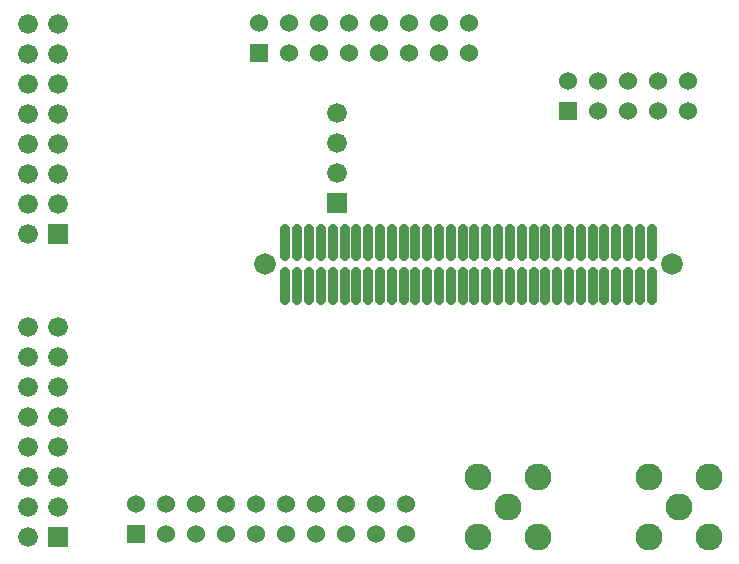
<source format=gbr>
G04 start of page 7 for group -4062 idx -4062
G04 Title: TX Daughterboard, soldermask *
G04 Creator: pcb 20070208 *
G04 CreationDate: Mon Dec 24 21:52:14 2007 UTC *
G04 For: matt *
G04 Format: Gerber/RS-274X *
G04 PCB-Dimensions: 275000 250000 *
G04 PCB-Coordinate-Origin: lower left *
%MOIN*%
%FSLAX24Y24*%
%LNBACKMASK*%
%ADD13C,0.0600*%
%ADD14R,0.0600X0.0600*%
%ADD15C,0.0900*%
%ADD24C,0.0660*%
%ADD25R,0.0660X0.0660*%
%ADD26C,0.0720*%
%ADD27C,0.0340*%
G54D24*X1900Y3200D03*
X900D03*
X1900Y4200D03*
X900D03*
G54D25*X1900Y1200D03*
G54D24*X900D03*
X1900Y2200D03*
X900D03*
X1900Y5200D03*
X900D03*
Y6200D03*
Y7200D03*
Y8200D03*
G54D25*X1900Y11300D03*
G54D24*Y12300D03*
Y13300D03*
Y14300D03*
Y15300D03*
Y16300D03*
X900Y11300D03*
Y12300D03*
Y13300D03*
Y14300D03*
Y15300D03*
Y16300D03*
X1900Y17300D03*
X900D03*
X1900Y18300D03*
X900D03*
X11200Y13350D03*
Y14350D03*
Y15350D03*
G54D14*X8600Y17350D03*
G54D13*Y18350D03*
X9600Y17350D03*
X10600D03*
X11600D03*
X9600Y18350D03*
X10600D03*
X11600D03*
X12600Y17350D03*
X13600D03*
X14600D03*
X15600D03*
X12600Y18350D03*
X13600D03*
X14600D03*
X15600D03*
G54D24*X1900Y6200D03*
Y7200D03*
Y8200D03*
G54D26*X8830Y10300D03*
X22373D03*
G54D25*X11200Y12350D03*
G54D14*X18900Y15400D03*
G54D13*Y16400D03*
X19900Y15400D03*
Y16400D03*
X20900Y15400D03*
X21900D03*
X22900D03*
X20900Y16400D03*
X21900D03*
X22900D03*
G54D15*X16900Y2200D03*
X15900Y1200D03*
Y3200D03*
X17900Y1200D03*
X22600Y2200D03*
X21600Y1200D03*
X23600D03*
X17900Y3200D03*
X21600D03*
X23600D03*
G54D14*X4500Y1300D03*
G54D13*Y2300D03*
X5500Y1300D03*
Y2300D03*
X6500Y1300D03*
Y2300D03*
X7500Y1300D03*
Y2300D03*
X8500Y1300D03*
Y2300D03*
X9500Y1300D03*
X10500D03*
X11500D03*
X12500D03*
X13500D03*
X9500Y2300D03*
X10500D03*
X11500D03*
X12500D03*
X13500D03*
G54D27*X9499Y10028D02*Y9118D01*
X10286Y10028D02*Y9118D01*
X9893Y10028D02*Y9118D01*
X10680Y10028D02*Y9118D01*
X9499Y11481D02*Y10571D01*
X11074Y10028D02*Y9118D01*
X10286Y11481D02*Y10571D01*
X10680Y11481D02*Y10571D01*
X11074Y11481D02*Y10571D01*
X9893Y11481D02*Y10571D01*
X11467Y10028D02*Y9118D01*
X11861Y10028D02*Y9118D01*
X12255Y10028D02*Y9118D01*
X12648Y10028D02*Y9118D01*
X13042Y10028D02*Y9118D01*
X13436Y10028D02*Y9118D01*
X11467Y11481D02*Y10571D01*
X11861Y11481D02*Y10571D01*
X12255Y11481D02*Y10571D01*
X12648Y11481D02*Y10571D01*
X13042Y11481D02*Y10571D01*
X13436Y11481D02*Y10571D01*
X13830Y11481D02*Y10571D01*
X14223Y11481D02*Y10571D01*
X14617Y11481D02*Y10571D01*
X15011Y11481D02*Y10571D01*
X15404Y11481D02*Y10571D01*
X15798Y11481D02*Y10571D01*
X13830Y10028D02*Y9118D01*
X14223Y10028D02*Y9118D01*
X14617Y10028D02*Y9118D01*
X15011Y10028D02*Y9118D01*
X15404Y10028D02*Y9118D01*
X21704Y11481D02*Y10571D01*
X16192Y11481D02*Y10571D01*
X16585Y11481D02*Y10571D01*
X16979Y11481D02*Y10571D01*
X17373Y11481D02*Y10571D01*
X17767Y11481D02*Y10571D01*
X15798Y10028D02*Y9118D01*
X16192Y10028D02*Y9118D01*
X16585Y10028D02*Y9118D01*
X16979Y10028D02*Y9118D01*
X17373Y10028D02*Y9118D01*
X17767Y10028D02*Y9118D01*
X18160Y10028D02*Y9118D01*
X18554Y10028D02*Y9118D01*
X18948Y10028D02*Y9118D01*
X19341Y10028D02*Y9118D01*
X19735Y10028D02*Y9118D01*
X20129Y10028D02*Y9118D01*
X20522Y10028D02*Y9118D01*
X20916Y10028D02*Y9118D01*
X21310Y10028D02*Y9118D01*
X21704Y10028D02*Y9118D01*
X18160Y11481D02*Y10571D01*
X18554Y11481D02*Y10571D01*
X18948Y11481D02*Y10571D01*
X19341Y11481D02*Y10571D01*
X19735Y11481D02*Y10571D01*
X20916Y11481D02*Y10571D01*
X21310Y11481D02*Y10571D01*
X20129Y11481D02*Y10571D01*
X20522Y11481D02*Y10571D01*
M02*

</source>
